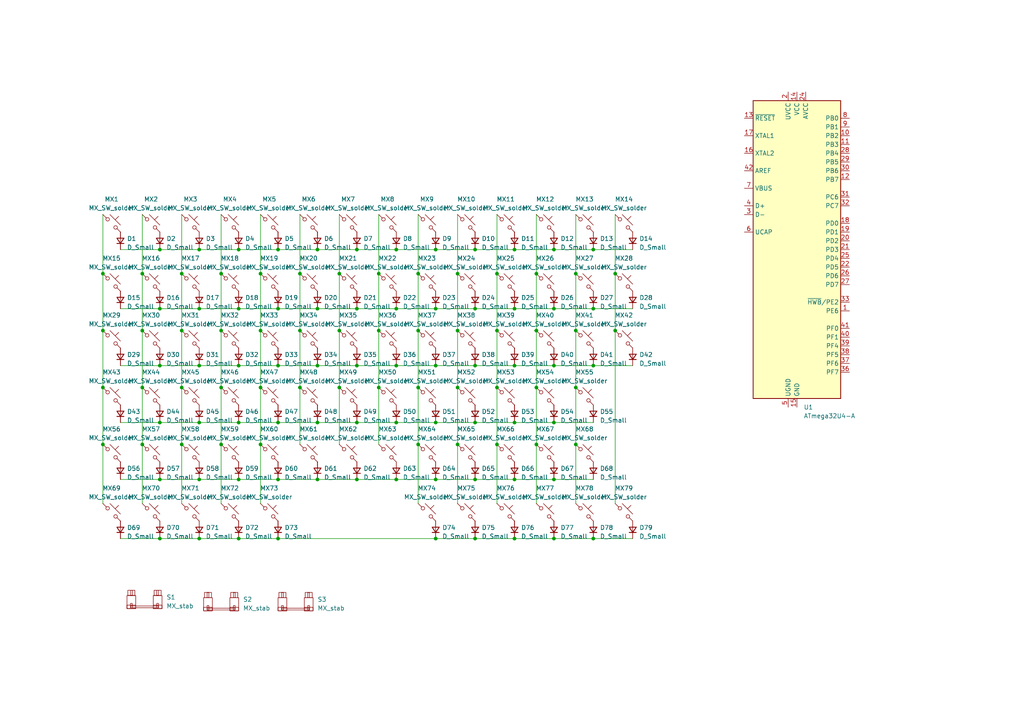
<source format=kicad_sch>
(kicad_sch (version 20230121) (generator eeschema)
  (paper "A4")
  (junction (at 178.435 79.375))
  (junction (at 103.505 106.045))
  (junction (at 69.215 139.065))
  (junction (at 155.575 128.905))
  (junction (at 160.655 156.21))
  (junction (at 126.365 156.21))
  (junction (at 160.655 72.39))
  (junction (at 167.005 128.905))
  (junction (at 29.845 95.885))
  (junction (at 109.855 95.885))
  (junction (at 64.135 79.375))
  (junction (at 126.365 139.065))
  (junction (at 86.995 95.885))
  (junction (at 98.425 79.375))
  (junction (at 46.355 89.535))
  (junction (at 80.645 72.39))
  (junction (at 172.085 156.21))
  (junction (at 103.505 89.535))
  (junction (at 29.845 79.375))
  (junction (at 80.645 106.045))
  (junction (at 46.355 156.21))
  (junction (at 80.645 89.535))
  (junction (at 98.425 112.395))
  (junction (at 160.655 89.535))
  (junction (at 103.505 72.39))
  (junction (at 137.795 72.39))
  (junction (at 75.565 112.395))
  (junction (at 57.785 89.535))
  (junction (at 41.275 79.375))
  (junction (at 52.705 112.395))
  (junction (at 92.075 139.065))
  (junction (at 69.215 72.39))
  (junction (at 126.365 106.045))
  (junction (at 109.855 112.395))
  (junction (at 137.795 156.21))
  (junction (at 109.855 79.375))
  (junction (at 149.225 106.045))
  (junction (at 80.645 122.555))
  (junction (at 103.505 122.555))
  (junction (at 144.145 128.905))
  (junction (at 137.795 122.555))
  (junction (at 57.785 156.21))
  (junction (at 132.715 95.885))
  (junction (at 121.285 79.375))
  (junction (at 178.435 95.885))
  (junction (at 144.145 95.885))
  (junction (at 121.285 95.885))
  (junction (at 86.995 112.395))
  (junction (at 57.785 72.39))
  (junction (at 144.145 79.375))
  (junction (at 114.935 139.065))
  (junction (at 46.355 139.065))
  (junction (at 167.005 79.375))
  (junction (at 114.935 106.045))
  (junction (at 114.935 122.555))
  (junction (at 126.365 89.535))
  (junction (at 64.135 112.395))
  (junction (at 69.215 106.045))
  (junction (at 29.845 112.395))
  (junction (at 80.645 156.21))
  (junction (at 46.355 106.045))
  (junction (at 52.705 79.375))
  (junction (at 52.705 95.885))
  (junction (at 126.365 122.555))
  (junction (at 149.225 122.555))
  (junction (at 80.645 139.065))
  (junction (at 92.075 122.555))
  (junction (at 52.705 128.905))
  (junction (at 69.215 89.535))
  (junction (at 137.795 89.535))
  (junction (at 114.935 89.535))
  (junction (at 92.075 89.535))
  (junction (at 57.785 139.065))
  (junction (at 69.215 122.555))
  (junction (at 172.085 106.045))
  (junction (at 57.785 122.555))
  (junction (at 64.135 128.905))
  (junction (at 167.005 95.885))
  (junction (at 92.075 72.39))
  (junction (at 172.085 89.535))
  (junction (at 86.995 79.375))
  (junction (at 114.935 72.39))
  (junction (at 46.355 122.555))
  (junction (at 160.655 122.555))
  (junction (at 92.075 106.045))
  (junction (at 98.425 95.885))
  (junction (at 155.575 112.395))
  (junction (at 149.225 139.065))
  (junction (at 149.225 89.535))
  (junction (at 75.565 95.885))
  (junction (at 149.225 156.21))
  (junction (at 155.575 95.885))
  (junction (at 121.285 112.395))
  (junction (at 41.275 128.905))
  (junction (at 41.275 112.395))
  (junction (at 75.565 128.905))
  (junction (at 167.005 112.395))
  (junction (at 149.225 72.39))
  (junction (at 69.215 156.21))
  (junction (at 160.655 139.065))
  (junction (at 103.505 139.065))
  (junction (at 132.715 112.395))
  (junction (at 64.135 95.885))
  (junction (at 137.795 139.065))
  (junction (at 41.275 95.885))
  (junction (at 132.715 79.375))
  (junction (at 172.085 72.39))
  (junction (at 121.285 128.905))
  (junction (at 126.365 72.39))
  (junction (at 29.845 128.905))
  (junction (at 160.655 106.045))
  (junction (at 132.715 128.905))
  (junction (at 137.795 106.045))
  (junction (at 144.145 112.395))
  (junction (at 57.785 106.045))
  (junction (at 75.565 79.375))
  (junction (at 46.355 72.39))
  (junction (at 155.575 79.375))
  (wire (pts (xy 98.425 62.23) (xy 98.425 79.375)))
  (wire (pts (xy 121.285 112.395) (xy 121.285 128.905)))
  (wire (pts (xy 160.655 122.555) (xy 172.085 122.555)))
  (wire (pts (xy 46.355 106.045) (xy 57.785 106.045)))
  (wire (pts (xy 41.275 128.905) (xy 41.275 146.05)))
  (wire (pts (xy 75.565 95.885) (xy 75.565 112.395)))
  (wire (pts (xy 52.705 95.885) (xy 52.705 112.395)))
  (wire (pts (xy 57.785 72.39) (xy 69.215 72.39)))
  (wire (pts (xy 137.795 89.535) (xy 149.225 89.535)))
  (wire (pts (xy 29.845 79.375) (xy 29.845 95.885)))
  (wire (pts (xy 155.575 79.375) (xy 155.575 95.885)))
  (wire (pts (xy 103.505 122.555) (xy 114.935 122.555)))
  (wire (pts (xy 64.135 62.23) (xy 64.135 79.375)))
  (wire (pts (xy 69.215 89.535) (xy 80.645 89.535)))
  (wire (pts (xy 80.645 89.535) (xy 92.075 89.535)))
  (wire (pts (xy 144.145 112.395) (xy 144.145 128.905)))
  (wire (pts (xy 80.645 122.555) (xy 92.075 122.555)))
  (wire (pts (xy 137.795 72.39) (xy 149.225 72.39)))
  (wire (pts (xy 160.655 156.21) (xy 172.085 156.21)))
  (wire (pts (xy 137.795 106.045) (xy 149.225 106.045)))
  (wire (pts (xy 167.005 79.375) (xy 167.005 95.885)))
  (wire (pts (xy 52.705 112.395) (xy 52.705 128.905)))
  (wire (pts (xy 69.215 139.065) (xy 80.645 139.065)))
  (wire (pts (xy 172.085 72.39) (xy 183.515 72.39)))
  (wire (pts (xy 167.005 62.23) (xy 167.005 79.375)))
  (wire (pts (xy 41.275 79.375) (xy 41.275 95.885)))
  (wire (pts (xy 178.435 95.885) (xy 178.435 146.05)))
  (wire (pts (xy 126.365 139.065) (xy 137.795 139.065)))
  (wire (pts (xy 46.355 122.555) (xy 57.785 122.555)))
  (wire (pts (xy 167.005 95.885) (xy 167.005 112.395)))
  (wire (pts (xy 86.995 62.23) (xy 86.995 79.375)))
  (wire (pts (xy 114.935 89.535) (xy 126.365 89.535)))
  (wire (pts (xy 86.995 79.375) (xy 86.995 95.885)))
  (wire (pts (xy 80.645 139.065) (xy 92.075 139.065)))
  (wire (pts (xy 41.275 95.885) (xy 41.275 112.395)))
  (wire (pts (xy 149.225 122.555) (xy 160.655 122.555)))
  (wire (pts (xy 114.935 139.065) (xy 126.365 139.065)))
  (wire (pts (xy 98.425 112.395) (xy 98.425 128.905)))
  (wire (pts (xy 172.085 89.535) (xy 183.515 89.535)))
  (wire (pts (xy 69.215 106.045) (xy 80.645 106.045)))
  (wire (pts (xy 114.935 72.39) (xy 126.365 72.39)))
  (wire (pts (xy 109.855 112.395) (xy 109.855 128.905)))
  (wire (pts (xy 149.225 89.535) (xy 160.655 89.535)))
  (wire (pts (xy 52.705 62.23) (xy 52.705 79.375)))
  (wire (pts (xy 41.275 62.23) (xy 41.275 79.375)))
  (wire (pts (xy 52.705 128.905) (xy 52.705 146.05)))
  (wire (pts (xy 57.785 122.555) (xy 69.215 122.555)))
  (wire (pts (xy 46.355 72.39) (xy 57.785 72.39)))
  (wire (pts (xy 155.575 62.23) (xy 155.575 79.375)))
  (wire (pts (xy 46.355 89.535) (xy 57.785 89.535)))
  (wire (pts (xy 69.215 156.21) (xy 80.645 156.21)))
  (wire (pts (xy 149.225 106.045) (xy 160.655 106.045)))
  (wire (pts (xy 57.785 89.535) (xy 69.215 89.535)))
  (wire (pts (xy 80.645 72.39) (xy 92.075 72.39)))
  (wire (pts (xy 34.925 156.21) (xy 46.355 156.21)))
  (wire (pts (xy 132.715 128.905) (xy 132.715 146.05)))
  (wire (pts (xy 29.845 62.23) (xy 29.845 79.375)))
  (wire (pts (xy 103.505 106.045) (xy 114.935 106.045)))
  (wire (pts (xy 92.075 72.39) (xy 103.505 72.39)))
  (wire (pts (xy 109.855 79.375) (xy 109.855 95.885)))
  (wire (pts (xy 126.365 106.045) (xy 137.795 106.045)))
  (wire (pts (xy 34.925 106.045) (xy 46.355 106.045)))
  (wire (pts (xy 172.085 106.045) (xy 183.515 106.045)))
  (wire (pts (xy 64.135 95.885) (xy 64.135 112.395)))
  (wire (pts (xy 103.505 72.39) (xy 114.935 72.39)))
  (wire (pts (xy 92.075 106.045) (xy 103.505 106.045)))
  (wire (pts (xy 69.215 122.555) (xy 80.645 122.555)))
  (wire (pts (xy 167.005 128.905) (xy 167.005 146.05)))
  (wire (pts (xy 144.145 128.905) (xy 144.145 146.05)))
  (wire (pts (xy 86.995 112.395) (xy 86.995 128.905)))
  (wire (pts (xy 121.285 79.375) (xy 121.285 95.885)))
  (wire (pts (xy 155.575 112.395) (xy 155.575 128.905)))
  (wire (pts (xy 160.655 106.045) (xy 172.085 106.045)))
  (wire (pts (xy 29.845 112.395) (xy 29.845 128.905)))
  (wire (pts (xy 155.575 128.905) (xy 155.575 146.05)))
  (wire (pts (xy 34.925 72.39) (xy 46.355 72.39)))
  (wire (pts (xy 121.285 128.905) (xy 121.285 146.05)))
  (wire (pts (xy 167.005 112.395) (xy 167.005 128.905)))
  (wire (pts (xy 92.075 139.065) (xy 103.505 139.065)))
  (wire (pts (xy 34.925 139.065) (xy 46.355 139.065)))
  (wire (pts (xy 34.925 89.535) (xy 46.355 89.535)))
  (wire (pts (xy 126.365 72.39) (xy 137.795 72.39)))
  (wire (pts (xy 114.935 122.555) (xy 126.365 122.555)))
  (wire (pts (xy 149.225 72.39) (xy 160.655 72.39)))
  (wire (pts (xy 178.435 79.375) (xy 178.435 95.885)))
  (wire (pts (xy 109.855 62.23) (xy 109.855 79.375)))
  (wire (pts (xy 160.655 139.065) (xy 172.085 139.065)))
  (wire (pts (xy 160.655 89.535) (xy 172.085 89.535)))
  (wire (pts (xy 29.845 95.885) (xy 29.845 112.395)))
  (wire (pts (xy 64.135 79.375) (xy 64.135 95.885)))
  (wire (pts (xy 132.715 62.23) (xy 132.715 79.375)))
  (wire (pts (xy 41.275 112.395) (xy 41.275 128.905)))
  (wire (pts (xy 137.795 156.21) (xy 149.225 156.21)))
  (wire (pts (xy 109.855 95.885) (xy 109.855 112.395)))
  (wire (pts (xy 114.935 106.045) (xy 126.365 106.045)))
  (wire (pts (xy 57.785 106.045) (xy 69.215 106.045)))
  (wire (pts (xy 172.085 156.21) (xy 183.515 156.21)))
  (wire (pts (xy 29.845 128.905) (xy 29.845 146.05)))
  (wire (pts (xy 34.925 122.555) (xy 46.355 122.555)))
  (wire (pts (xy 178.435 62.23) (xy 178.435 79.375)))
  (wire (pts (xy 75.565 62.23) (xy 75.565 79.375)))
  (wire (pts (xy 144.145 62.23) (xy 144.145 79.375)))
  (wire (pts (xy 92.075 89.535) (xy 103.505 89.535)))
  (wire (pts (xy 64.135 112.395) (xy 64.135 128.905)))
  (wire (pts (xy 98.425 79.375) (xy 98.425 95.885)))
  (wire (pts (xy 46.355 139.065) (xy 57.785 139.065)))
  (wire (pts (xy 69.215 72.39) (xy 80.645 72.39)))
  (wire (pts (xy 86.995 95.885) (xy 86.995 112.395)))
  (wire (pts (xy 103.505 139.065) (xy 114.935 139.065)))
  (wire (pts (xy 155.575 95.885) (xy 154.94 95.885)))
  (wire (pts (xy 160.655 72.39) (xy 172.085 72.39)))
  (wire (pts (xy 137.795 139.065) (xy 149.225 139.065)))
  (wire (pts (xy 137.795 122.555) (xy 149.225 122.555)))
  (wire (pts (xy 46.355 156.21) (xy 57.785 156.21)))
  (wire (pts (xy 149.225 139.065) (xy 160.655 139.065)))
  (wire (pts (xy 52.705 79.375) (xy 52.705 95.885)))
  (wire (pts (xy 132.715 79.375) (xy 132.715 95.885)))
  (wire (pts (xy 80.645 106.045) (xy 92.075 106.045)))
  (wire (pts (xy 126.365 156.21) (xy 137.795 156.21)))
  (wire (pts (xy 57.785 156.21) (xy 69.215 156.21)))
  (wire (pts (xy 155.575 112.395) (xy 155.575 95.885)))
  (wire (pts (xy 92.075 122.555) (xy 103.505 122.555)))
  (wire (pts (xy 132.715 112.395) (xy 132.715 128.905)))
  (wire (pts (xy 132.715 95.885) (xy 132.715 112.395)))
  (wire (pts (xy 98.425 95.885) (xy 98.425 112.395)))
  (wire (pts (xy 149.225 156.21) (xy 160.655 156.21)))
  (wire (pts (xy 144.145 79.375) (xy 144.145 95.885)))
  (wire (pts (xy 75.565 128.905) (xy 75.565 146.05)))
  (wire (pts (xy 57.785 139.065) (xy 69.215 139.065)))
  (wire (pts (xy 121.285 62.23) (xy 121.285 79.375)))
  (wire (pts (xy 64.135 128.905) (xy 64.135 146.05)))
  (wire (pts (xy 80.645 156.21) (xy 126.365 156.21)))
  (wire (pts (xy 144.145 95.885) (xy 144.145 112.395)))
  (wire (pts (xy 121.285 95.885) (xy 121.285 112.395)))
  (wire (pts (xy 126.365 122.555) (xy 137.795 122.555)))
  (wire (pts (xy 75.565 112.395) (xy 75.565 128.905)))
  (wire (pts (xy 126.365 89.535) (xy 137.795 89.535)))
  (wire (pts (xy 75.565 79.375) (xy 75.565 95.885)))
  (wire (pts (xy 103.505 89.535) (xy 114.935 89.535)))
  (symbol (lib_id "Device:D_Small") (at 149.225 86.995 90) (unit 1)
    (property "Reference" "D25" (at 151.13 86.36 90) (effects (justify right)))
    (property "Value" "D_Small" (at 151.13 88.9 90) (effects (justify right)))
    (property "Footprint" "Diode_SMD:D_SOD-123" (effects hide))
    (property "Sim.Device" "D" (effects hide))
    (property "Sim.Pins" "1=K 2=A" (effects hide))
  )
  (symbol (lib_id "Device:D_Small") (at 183.515 69.85 90) (unit 1)
    (property "Reference" "D14" (at 185.42 69.215 90) (effects (justify right)))
    (property "Value" "D_Small" (at 185.42 71.755 90) (effects (justify right)))
    (property "Footprint" "Diode_SMD:D_SOD-123" (effects hide))
    (property "Sim.Device" "D" (effects hide))
    (property "Sim.Pins" "1=K 2=A" (effects hide))
  )
  (symbol (lib_id "Device:D_Small") (at 172.085 69.85 90) (unit 1)
    (property "Reference" "D13" (at 173.99 69.215 90) (effects (justify right)))
    (property "Value" "D_Small" (at 173.99 71.755 90) (effects (justify right)))
    (property "Footprint" "Diode_SMD:D_SOD-123" (effects hide))
    (property "Sim.Device" "D" (effects hide))
    (property "Sim.Pins" "1=K 2=A" (effects hide))
  )
  (symbol (lib_id "Device:D_Small") (at 34.925 153.67 90) (unit 1)
    (property "Reference" "D69" (at 36.83 153.035 90) (effects (justify right)))
    (property "Value" "D_Small" (at 36.83 155.575 90) (effects (justify right)))
    (property "Footprint" "Diode_SMD:D_SOD-123" (effects hide))
    (property "Sim.Device" "D" (effects hide))
    (property "Sim.Pins" "1=K 2=A" (effects hide))
  )
  (symbol (lib_id "MCU_Microchip_ATmega:ATmega32U4-A") (at 231.14 72.39 0) (unit 1)
    (property "Reference" "U1" (at 233.0959 118.11 0) (effects (justify left)))
    (property "Value" "ATmega32U4-A" (at 233.0959 120.65 0) (effects (justify left)))
    (property "Footprint" "Package_QFP:TQFP-44_10x10mm_P0.8mm" (effects hide))
    (property "Datasheet" "http://ww1.microchip.com/downloads/en/DeviceDoc/Atmel-7766-8-bit-AVR-ATmega16U4-32U4_Datasheet.pdf" (effects hide))
  )
  (symbol (lib_id "PCM_marbastlib-mx:MX_SW_solder") (at 89.535 98.425 0) (unit 1)
    (property "Reference" "MX34" (at 89.535 91.44 0))
    (property "Value" "MX_SW_solder" (at 89.535 93.98 0))
    (property "Footprint" "PCM_marbastlib-mx:SW_MX_1u" (effects hide))
  )
  (symbol (lib_id "PCM_marbastlib-mx:MX_SW_solder") (at 135.255 98.425 0) (unit 1)
    (property "Reference" "MX38" (at 135.255 91.44 0))
    (property "Value" "MX_SW_solder" (at 135.255 93.98 0))
    (property "Footprint" "PCM_marbastlib-mx:SW_MX_1u" (effects hide))
  )
  (symbol (lib_id "Device:D_Small") (at 103.505 103.505 90) (unit 1)
    (property "Reference" "D35" (at 105.41 102.87 90) (effects (justify right)))
    (property "Value" "D_Small" (at 105.41 105.41 90) (effects (justify right)))
    (property "Footprint" "Diode_SMD:D_SOD-123" (effects hide))
    (property "Sim.Device" "D" (effects hide))
    (property "Sim.Pins" "1=K 2=A" (effects hide))
  )
  (symbol (lib_id "PCM_marbastlib-mx:MX_SW_solder") (at 100.965 131.445 0) (unit 1)
    (property "Reference" "MX62" (at 100.965 124.46 0))
    (property "Value" "MX_SW_solder" (at 100.965 127 0))
    (property "Footprint" "PCM_marbastlib-mx:SW_MX_1u" (effects hide))
  )
  (symbol (lib_id "Device:D_Small") (at 34.925 69.85 90) (unit 1)
    (property "Reference" "D1" (at 36.83 69.215 90) (effects (justify right)))
    (property "Value" "D_Small" (at 36.83 71.755 90) (effects (justify right)))
    (property "Footprint" "Diode_SMD:D_SOD-123" (effects hide))
    (property "Sim.Device" "D" (effects hide))
    (property "Sim.Pins" "1=K 2=A" (effects hide))
  )
  (symbol (lib_id "Device:D_Small") (at 137.795 69.85 90) (unit 1)
    (property "Reference" "D10" (at 139.7 69.215 90) (effects (justify right)))
    (property "Value" "D_Small" (at 139.7 71.755 90) (effects (justify right)))
    (property "Footprint" "Diode_SMD:D_SOD-123" (effects hide))
    (property "Sim.Device" "D" (effects hide))
    (property "Sim.Pins" "1=K 2=A" (effects hide))
  )
  (symbol (lib_id "Device:D_Small") (at 137.795 103.505 90) (unit 1)
    (property "Reference" "D38" (at 139.7 102.87 90) (effects (justify right)))
    (property "Value" "D_Small" (at 139.7 105.41 90) (effects (justify right)))
    (property "Footprint" "Diode_SMD:D_SOD-123" (effects hide))
    (property "Sim.Device" "D" (effects hide))
    (property "Sim.Pins" "1=K 2=A" (effects hide))
  )
  (symbol (lib_id "Device:D_Small") (at 80.645 86.995 90) (unit 1)
    (property "Reference" "D19" (at 82.55 86.36 90) (effects (justify right)))
    (property "Value" "D_Small" (at 82.55 88.9 90) (effects (justify right)))
    (property "Footprint" "Diode_SMD:D_SOD-123" (effects hide))
    (property "Sim.Device" "D" (effects hide))
    (property "Sim.Pins" "1=K 2=A" (effects hide))
  )
  (symbol (lib_id "PCM_marbastlib-mx:MX_SW_solder") (at 100.965 114.935 0) (unit 1)
    (property "Reference" "MX49" (at 100.965 107.95 0))
    (property "Value" "MX_SW_solder" (at 100.965 110.49 0))
    (property "Footprint" "PCM_marbastlib-mx:SW_MX_1u" (effects hide))
  )
  (symbol (lib_id "PCM_marbastlib-mx:MX_SW_solder") (at 123.825 131.445 0) (unit 1)
    (property "Reference" "MX64" (at 123.825 124.46 0))
    (property "Value" "MX_SW_solder" (at 123.825 127 0))
    (property "Footprint" "PCM_marbastlib-mx:SW_MX_1u" (effects hide))
  )
  (symbol (lib_id "PCM_marbastlib-mx:MX_SW_solder") (at 169.545 131.445 0) (unit 1)
    (property "Reference" "MX68" (at 169.545 124.46 0))
    (property "Value" "MX_SW_solder" (at 169.545 127 0))
    (property "Footprint" "PCM_marbastlib-mx:SW_MX_1u" (effects hide))
  )
  (symbol (lib_id "PCM_marbastlib-mx:MX_SW_solder") (at 89.535 131.445 0) (unit 1)
    (property "Reference" "MX61" (at 89.535 124.46 0))
    (property "Value" "MX_SW_solder" (at 89.535 127 0))
    (property "Footprint" "PCM_marbastlib-mx:SW_MX_1u" (effects hide))
  )
  (symbol (lib_id "PCM_marbastlib-mx:MX_SW_solder") (at 66.675 148.59 0) (unit 1)
    (property "Reference" "MX72" (at 66.675 141.605 0))
    (property "Value" "MX_SW_solder" (at 66.675 144.145 0))
    (property "Footprint" "PCM_marbastlib-mx:SW_MX_1.25u" (effects hide))
  )
  (symbol (lib_id "Device:D_Small") (at 149.225 103.505 90) (unit 1)
    (property "Reference" "D39" (at 151.13 102.87 90) (effects (justify right)))
    (property "Value" "D_Small" (at 151.13 105.41 90) (effects (justify right)))
    (property "Footprint" "Diode_SMD:D_SOD-123" (effects hide))
    (property "Sim.Device" "D" (effects hide))
    (property "Sim.Pins" "1=K 2=A" (effects hide))
  )
  (symbol (lib_id "Device:D_Small") (at 69.215 153.67 90) (unit 1)
    (property "Reference" "D72" (at 71.12 153.035 90) (effects (justify right)))
    (property "Value" "D_Small" (at 71.12 155.575 90) (effects (justify right)))
    (property "Footprint" "Diode_SMD:D_SOD-123" (effects hide))
    (property "Sim.Device" "D" (effects hide))
    (property "Sim.Pins" "1=K 2=A" (effects hide))
  )
  (symbol (lib_id "Device:D_Small") (at 114.935 103.505 90) (unit 1)
    (property "Reference" "D36" (at 116.84 102.87 90) (effects (justify right)))
    (property "Value" "D_Small" (at 116.84 105.41 90) (effects (justify right)))
    (property "Footprint" "Diode_SMD:D_SOD-123" (effects hide))
    (property "Sim.Device" "D" (effects hide))
    (property "Sim.Pins" "1=K 2=A" (effects hide))
  )
  (symbol (lib_id "PCM_marbastlib-mx:MX_SW_solder") (at 43.815 98.425 0) (unit 1)
    (property "Reference" "MX30" (at 43.815 91.44 0))
    (property "Value" "MX_SW_solder" (at 43.815 93.98 0))
    (property "Footprint" "PCM_marbastlib-mx:SW_MX_1u" (effects hide))
  )
  (symbol (lib_id "Device:D_Small") (at 57.785 136.525 90) (unit 1)
    (property "Reference" "D58" (at 59.69 135.89 90) (effects (justify right)))
    (property "Value" "D_Small" (at 59.69 138.43 90) (effects (justify right)))
    (property "Footprint" "Diode_SMD:D_SOD-123" (effects hide))
    (property "Sim.Device" "D" (effects hide))
    (property "Sim.Pins" "1=K 2=A" (effects hide))
  )
  (symbol (lib_id "PCM_marbastlib-mx:MX_SW_solder") (at 112.395 131.445 0) (unit 1)
    (property "Reference" "MX63" (at 112.395 124.46 0))
    (property "Value" "MX_SW_solder" (at 112.395 127 0))
    (property "Footprint" "PCM_marbastlib-mx:SW_MX_1u" (effects hide))
  )
  (symbol (lib_id "Device:D_Small") (at 46.355 69.85 90) (unit 1)
    (property "Reference" "D2" (at 48.26 69.215 90) (effects (justify right)))
    (property "Value" "D_Small" (at 48.26 71.755 90) (effects (justify right)))
    (property "Footprint" "Diode_SMD:D_SOD-123" (effects hide))
    (property "Sim.Device" "D" (effects hide))
    (property "Sim.Pins" "1=K 2=A" (effects hide))
  )
  (symbol (lib_id "PCM_marbastlib-mx:MX_SW_solder") (at 78.105 131.445 0) (unit 1)
    (property "Reference" "MX60" (at 78.105 124.46 0))
    (property "Value" "MX_SW_solder" (at 78.105 127 0))
    (property "Footprint" "PCM_marbastlib-mx:SW_MX_1u" (effects hide))
  )
  (symbol (lib_id "Device:D_Small") (at 103.505 86.995 90) (unit 1)
    (property "Reference" "D21" (at 105.41 86.36 90) (effects (justify right)))
    (property "Value" "D_Small" (at 105.41 88.9 90) (effects (justify right)))
    (property "Footprint" "Diode_SMD:D_SOD-123" (effects hide))
    (property "Sim.Device" "D" (effects hide))
    (property "Sim.Pins" "1=K 2=A" (effects hide))
  )
  (symbol (lib_id "PCM_marbastlib-mx:MX_SW_solder") (at 169.545 114.935 0) (unit 1)
    (property "Reference" "MX55" (at 169.545 107.95 0))
    (property "Value" "MX_SW_solder" (at 169.545 110.49 0))
    (property "Footprint" "PCM_marbastlib-mx:SW_MX_1.75u" (effects hide))
  )
  (symbol (lib_id "Device:D_Small") (at 46.355 136.525 90) (unit 1)
    (property "Reference" "D57" (at 48.26 135.89 90) (effects (justify right)))
    (property "Value" "D_Small" (at 48.26 138.43 90) (effects (justify right)))
    (property "Footprint" "Diode_SMD:D_SOD-123" (effects hide))
    (property "Sim.Device" "D" (effects hide))
    (property "Sim.Pins" "1=K 2=A" (effects hide))
  )
  (symbol (lib_id "PCM_marbastlib-mx:MX_SW_solder") (at 55.245 148.59 0) (unit 1)
    (property "Reference" "MX71" (at 55.245 141.605 0))
    (property "Value" "MX_SW_solder" (at 55.245 144.145 0))
    (property "Footprint" "PCM_marbastlib-mx:SW_MX_1u" (effects hide))
  )
  (symbol (lib_id "PCM_marbastlib-mx:MX_SW_solder") (at 43.815 64.77 0) (unit 1)
    (property "Reference" "MX2" (at 43.815 57.785 0))
    (property "Value" "MX_SW_solder" (at 43.815 60.325 0))
    (property "Footprint" "PCM_marbastlib-mx:SW_MX_1u" (effects hide))
  )
  (symbol (lib_id "PCM_marbastlib-mx:MX_SW_solder") (at 123.825 114.935 0) (unit 1)
    (property "Reference" "MX51" (at 123.825 107.95 0))
    (property "Value" "MX_SW_solder" (at 123.825 110.49 0))
    (property "Footprint" "PCM_marbastlib-mx:SW_MX_1u" (effects hide))
  )
  (symbol (lib_id "Device:D_Small") (at 69.215 136.525 90) (unit 1)
    (property "Reference" "D59" (at 71.12 135.89 90) (effects (justify right)))
    (property "Value" "D_Small" (at 71.12 138.43 90) (effects (justify right)))
    (property "Footprint" "Diode_SMD:D_SOD-123" (effects hide))
    (property "Sim.Device" "D" (effects hide))
    (property "Sim.Pins" "1=K 2=A" (effects hide))
  )
  (symbol (lib_id "PCM_marbastlib-mx:MX_SW_solder") (at 135.255 64.77 0) (unit 1)
    (property "Reference" "MX10" (at 135.255 57.785 0))
    (property "Value" "MX_SW_solder" (at 135.255 60.325 0))
    (property "Footprint" "PCM_marbastlib-mx:SW_MX_1u" (effects hide))
  )
  (symbol (lib_id "PCM_marbastlib-mx:MX_SW_solder") (at 100.965 98.425 0) (unit 1)
    (property "Reference" "MX35" (at 100.965 91.44 0))
    (property "Value" "MX_SW_solder" (at 100.965 93.98 0))
    (property "Footprint" "PCM_marbastlib-mx:SW_MX_1u" (effects hide))
  )
  (symbol (lib_id "Device:D_Small") (at 160.655 136.525 90) (unit 1)
    (property "Reference" "D67" (at 162.56 135.89 90) (effects (justify right)))
    (property "Value" "D_Small" (at 162.56 138.43 90) (effects (justify right)))
    (property "Footprint" "Diode_SMD:D_SOD-123" (effects hide))
    (property "Sim.Device" "D" (effects hide))
    (property "Sim.Pins" "1=K 2=A" (effects hide))
  )
  (symbol (lib_id "Device:D_Small") (at 160.655 86.995 90) (unit 1)
    (property "Reference" "D26" (at 162.56 86.36 90) (effects (justify right)))
    (property "Value" "D_Small" (at 162.56 88.9 90) (effects (justify right)))
    (property "Footprint" "Diode_SMD:D_SOD-123" (effects hide))
    (property "Sim.Device" "D" (effects hide))
    (property "Sim.Pins" "1=K 2=A" (effects hide))
  )
  (symbol (lib_id "PCM_marbastlib-mx:MX_SW_solder") (at 180.975 148.59 0) (unit 1)
    (property "Reference" "MX79" (at 180.975 141.605 0))
    (property "Value" "MX_SW_solder" (at 180.975 144.145 0))
    (property "Footprint" "PCM_marbastlib-mx:SW_MX_1u" (effects hide))
  )
  (symbol (lib_id "PCM_marbastlib-mx:MX_SW_solder") (at 146.685 64.77 0) (unit 1)
    (property "Reference" "MX11" (at 146.685 57.785 0))
    (property "Value" "MX_SW_solder" (at 146.685 60.325 0))
    (property "Footprint" "PCM_marbastlib-mx:SW_MX_1u" (effects hide))
  )
  (symbol (lib_id "Device:D_Small") (at 160.655 103.505 90) (unit 1)
    (property "Reference" "D40" (at 162.56 102.87 90) (effects (justify right)))
    (property "Value" "D_Small" (at 162.56 105.41 90) (effects (justify right)))
    (property "Footprint" "Diode_SMD:D_SOD-123" (effects hide))
    (property "Sim.Device" "D" (effects hide))
    (property "Sim.Pins" "1=K 2=A" (effects hide))
  )
  (symbol (lib_id "PCM_marbastlib-mx:MX_SW_solder") (at 66.675 98.425 0) (unit 1)
    (property "Reference" "MX32" (at 66.675 91.44 0))
    (property "Value" "MX_SW_solder" (at 66.675 93.98 0))
    (property "Footprint" "PCM_marbastlib-mx:SW_MX_1u" (effects hide))
  )
  (symbol (lib_id "PCM_marbastlib-mx:MX_SW_solder") (at 78.105 81.915 0) (unit 1)
    (property "Reference" "MX19" (at 78.105 74.93 0))
    (property "Value" "MX_SW_solder" (at 78.105 77.47 0))
    (property "Footprint" "PCM_marbastlib-mx:SW_MX_1u" (effects hide))
  )
  (symbol (lib_id "PCM_marbastlib-mx:MX_SW_solder") (at 135.255 131.445 0) (unit 1)
    (property "Reference" "MX65" (at 135.255 124.46 0))
    (property "Value" "MX_SW_solder" (at 135.255 127 0))
    (property "Footprint" "PCM_marbastlib-mx:SW_MX_1u" (effects hide))
  )
  (symbol (lib_id "PCM_marbastlib-mx:MX_stab") (at 41.91 173.99 0) (unit 1)
    (property "Reference" "S1" (at 48.26 173.228 0) (effects (justify left)))
    (property "Value" "MX_stab" (at 48.26 175.768 0) (effects (justify left)))
    (property "Footprint" "PCM_marbastlib-mx:STAB_MX_P_2.25u" (effects hide))
  )
  (symbol (lib_id "Device:D_Small") (at 149.225 120.015 90) (unit 1)
    (property "Reference" "D53" (at 151.13 119.38 90) (effects (justify right)))
    (property "Value" "D_Small" (at 151.13 121.92 90) (effects (justify right)))
    (property "Footprint" "Diode_SMD:D_SOD-123" (effects hide))
    (property "Sim.Device" "D" (effects hide))
    (property "Sim.Pins" "1=K 2=A" (effects hide))
  )
  (symbol (lib_id "PCM_marbastlib-mx:MX_SW_solder") (at 78.105 148.59 0) (unit 1)
    (property "Reference" "MX73" (at 78.105 141.605 0))
    (property "Value" "MX_SW_solder" (at 78.105 144.145 0))
    (property "Footprint" "PCM_marbastlib-mx:SW_MX_1u" (effects hide))
  )
  (symbol (lib_id "PCM_marbastlib-mx:MX_SW_solder") (at 180.975 98.425 0) (unit 1)
    (property "Reference" "MX42" (at 180.975 91.44 0))
    (property "Value" "MX_SW_solder" (at 180.975 93.98 0))
    (property "Footprint" "PCM_marbastlib-mx:SW_MX_1u" (effects hide))
  )
  (symbol (lib_id "Device:D_Small") (at 149.225 69.85 90) (unit 1)
    (property "Reference" "D11" (at 151.13 69.215 90) (effects (justify right)))
    (property "Value" "D_Small" (at 151.13 71.755 90) (effects (justify right)))
    (property "Footprint" "Diode_SMD:D_SOD-123" (effects hide))
    (property "Sim.Device" "D" (effects hide))
    (property "Sim.Pins" "1=K 2=A" (effects hide))
  )
  (symbol (lib_id "Device:D_Small") (at 92.075 136.525 90) (unit 1)
    (property "Reference" "D61" (at 93.98 135.89 90) (effects (justify right)))
    (property "Value" "D_Small" (at 93.98 138.43 90) (effects (justify right)))
    (property "Footprint" "Diode_SMD:D_SOD-123" (effects hide))
    (property "Sim.Device" "D" (effects hide))
    (property "Sim.Pins" "1=K 2=A" (effects hide))
  )
  (symbol (lib_id "Device:D_Small") (at 114.935 120.015 90) (unit 1)
    (property "Reference" "D50" (at 116.84 119.38 90) (effects (justify right)))
    (property "Value" "D_Small" (at 116.84 121.92 90) (effects (justify right)))
    (property "Footprint" "Diode_SMD:D_SOD-123" (effects hide))
    (property "Sim.Device" "D" (effects hide))
    (property "Sim.Pins" "1=K 2=A" (effects hide))
  )
  (symbol (lib_id "Device:D_Small") (at 80.645 120.015 90) (unit 1)
    (property "Reference" "D47" (at 82.55 119.38 90) (effects (justify right)))
    (property "Value" "D_Small" (at 82.55 121.92 90) (effects (justify right)))
    (property "Footprint" "Diode_SMD:D_SOD-123" (effects hide))
    (property "Sim.Device" "D" (effects hide))
    (property "Sim.Pins" "1=K 2=A" (effects hide))
  )
  (symbol (lib_id "Device:D_Small") (at 57.785 86.995 90) (unit 1)
    (property "Reference" "D17" (at 59.69 86.36 90) (effects (justify right)))
    (property "Value" "D_Small" (at 59.69 88.9 90) (effects (justify right)))
    (property "Footprint" "Diode_SMD:D_SOD-123" (effects hide))
    (property "Sim.Device" "D" (effects hide))
    (property "Sim.Pins" "1=K 2=A" (effects hide))
  )
  (symbol (lib_id "Device:D_Small") (at 57.785 103.505 90) (unit 1)
    (property "Reference" "D31" (at 59.69 102.87 90) (effects (justify right)))
    (property "Value" "D_Small" (at 59.69 105.41 90) (effects (justify right)))
    (property "Footprint" "Diode_SMD:D_SOD-123" (effects hide))
    (property "Sim.Device" "D" (effects hide))
    (property "Sim.Pins" "1=K 2=A" (effects hide))
  )
  (symbol (lib_id "PCM_marbastlib-mx:MX_SW_solder") (at 66.675 81.915 0) (unit 1)
    (property "Reference" "MX18" (at 66.675 74.93 0))
    (property "Value" "MX_SW_solder" (at 66.675 77.47 0))
    (property "Footprint" "PCM_marbastlib-mx:SW_MX_1u" (effects hide))
  )
  (symbol (lib_id "PCM_marbastlib-mx:MX_SW_solder") (at 32.385 81.915 0) (unit 1)
    (property "Reference" "MX15" (at 32.385 74.93 0))
    (property "Value" "MX_SW_solder" (at 32.385 77.47 0))
    (property "Footprint" "PCM_marbastlib-mx:SW_MX_1u" (effects hide))
  )
  (symbol (lib_id "PCM_marbastlib-mx:MX_SW_solder") (at 146.685 114.935 0) (unit 1)
    (property "Reference" "MX53" (at 146.685 107.95 0))
    (property "Value" "MX_SW_solder" (at 146.685 110.49 0))
    (property "Footprint" "PCM_marbastlib-mx:SW_MX_1u" (effects hide))
  )
  (symbol (lib_id "PCM_marbastlib-mx:MX_SW_solder") (at 55.245 98.425 0) (unit 1)
    (property "Reference" "MX31" (at 55.245 91.44 0))
    (property "Value" "MX_SW_solder" (at 55.245 93.98 0))
    (property "Footprint" "PCM_marbastlib-mx:SW_MX_1u" (effects hide))
  )
  (symbol (lib_id "Device:D_Small") (at 57.785 120.015 90) (unit 1)
    (property "Reference" "D45" (at 59.69 119.38 90) (effects (justify right)))
    (property "Value" "D_Small" (at 59.69 121.92 90) (effects (justify right)))
    (property "Footprint" "Diode_SMD:D_SOD-123" (effects hide))
    (property "Sim.Device" "D" (effects hide))
    (property "Sim.Pins" "1=K 2=A" (effects hide))
  )
  (symbol (lib_id "Device:D_Small") (at 137.795 153.67 90) (unit 1)
    (property "Reference" "D75" (at 139.7 153.035 90) (effects (justify right)))
    (property "Value" "D_Small" (at 139.7 155.575 90) (effects (justify right)))
    (property "Footprint" "Diode_SMD:D_SOD-123" (effects hide))
    (property "Sim.Device" "D" (effects hide))
    (property "Sim.Pins" "1=K 2=A" (effects hide))
  )
  (symbol (lib_id "Device:D_Small") (at 160.655 120.015 90) (unit 1)
    (property "Reference" "D54" (at 162.56 119.38 90) (effects (justify right)))
    (property "Value" "D_Small" (at 162.56 121.92 90) (effects (justify right)))
    (property "Footprint" "Diode_SMD:D_SOD-123" (effects hide))
    (property "Sim.Device" "D" (effects hide))
    (property "Sim.Pins" "1=K 2=A" (effects hide))
  )
  (symbol (lib_id "PCM_marbastlib-mx:MX_SW_solder") (at 66.675 64.77 0) (unit 1)
    (property "Reference" "MX4" (at 66.675 57.785 0))
    (property "Value" "MX_SW_solder" (at 66.675 60.325 0))
    (property "Footprint" "PCM_marbastlib-mx:SW_MX_1u" (effects hide))
  )
  (symbol (lib_id "PCM_marbastlib-mx:MX_SW_solder") (at 43.815 114.935 0) (unit 1)
    (property "Reference" "MX44" (at 43.815 107.95 0))
    (property "Value" "MX_SW_solder" (at 43.815 110.49 0))
    (property "Footprint" "PCM_marbastlib-mx:SW_MX_1u" (effects hide))
  )
  (symbol (lib_id "PCM_marbastlib-mx:MX_SW_solder") (at 112.395 98.425 0) (unit 1)
    (property "Reference" "MX36" (at 112.395 91.44 0))
    (property "Value" "MX_SW_solder" (at 112.395 93.98 0))
    (property "Footprint" "PCM_marbastlib-mx:SW_MX_1u" (effects hide))
  )
  (symbol (lib_id "Device:D_Small") (at 80.645 103.505 90) (unit 1)
    (property "Reference" "D33" (at 82.55 102.87 90) (effects (justify right)))
    (property "Value" "D_Small" (at 82.55 105.41 90) (effects (justify right)))
    (property "Footprint" "Diode_SMD:D_SOD-123" (effects hide))
    (property "Sim.Device" "D" (effects hide))
    (property "Sim.Pins" "1=K 2=A" (effects hide))
  )
  (symbol (lib_id "Device:D_Small") (at 34.925 86.995 90) (unit 1)
    (property "Reference" "D15" (at 36.83 86.36 90) (effects (justify right)))
    (property "Value" "D_Small" (at 36.83 88.9 90) (effects (justify right)))
    (property "Footprint" "Diode_SMD:D_SOD-123" (effects hide))
    (property "Sim.Device" "D" (effects hide))
    (property "Sim.Pins" "1=K 2=A" (effects hide))
  )
  (symbol (lib_id "PCM_marbastlib-mx:MX_SW_solder") (at 100.965 81.915 0) (unit 1)
    (property "Reference" "MX21" (at 100.965 74.93 0))
    (property "Value" "MX_SW_solder" (at 100.965 77.47 0))
    (property "Footprint" "PCM_marbastlib-mx:SW_MX_1u" (effects hide))
  )
  (symbol (lib_id "PCM_marbastlib-mx:MX_SW_solder") (at 123.825 64.77 0) (unit 1)
    (property "Reference" "MX9" (at 123.825 57.785 0))
    (property "Value" "MX_SW_solder" (at 123.825 60.325 0))
    (property "Footprint" "PCM_marbastlib-mx:SW_MX_1u" (effects hide))
  )
  (symbol (lib_id "PCM_marbastlib-mx:MX_SW_solder") (at 112.395 114.935 0) (unit 1)
    (property "Reference" "MX50" (at 112.395 107.95 0))
    (property "Value" "MX_SW_solder" (at 112.395 110.49 0))
    (property "Footprint" "PCM_marbastlib-mx:SW_MX_1u" (effects hide))
  )
  (symbol (lib_id "Device:D_Small") (at 172.085 136.525 90) (unit 1)
    (property "Reference" "D68" (at 173.99 135.89 90) (effects (justify right)))
    (property "Value" "D_Small" (at 173.99 138.43 90) (effects (justify right)))
    (property "Footprint" "Diode_SMD:D_SOD-123" (effects hide))
    (property "Sim.Device" "D" (effects hide))
    (property "Sim.Pins" "1=K 2=A" (effects hide))
  )
  (symbol (lib_id "PCM_marbastlib-mx:MX_SW_solder") (at 180.975 81.915 0) (unit 1)
    (property "Reference" "MX28" (at 180.975 74.93 0))
    (property "Value" "MX_SW_solder" (at 180.975 77.47 0))
    (property "Footprint" "PCM_marbastlib-mx:SW_MX_1.5u" (effects hide))
  )
  (symbol (lib_id "Device:D_Small") (at 80.645 136.525 90) (unit 1)
    (property "Reference" "D60" (at 82.55 135.89 90) (effects (justify right)))
    (property "Value" "D_Small" (at 82.55 138.43 90) (effects (justify right)))
    (property "Footprint" "Diode_SMD:D_SOD-123" (effects hide))
    (property "Sim.Device" "D" (effects hide))
    (property "Sim.Pins" "1=K 2=A" (effects hide))
  )
  (symbol (lib_id "PCM_marbastlib-mx:MX_SW_solder") (at 43.815 148.59 0) (unit 1)
    (property "Reference" "MX70" (at 43.815 141.605 0))
    (property "Value" "MX_SW_solder" (at 43.815 144.145 0))
    (property "Footprint" "PCM_marbastlib-mx:SW_MX_1u" (effects hide))
  )
  (symbol (lib_id "PCM_marbastlib-mx:MX_SW_solder") (at 55.245 114.935 0) (unit 1)
    (property "Reference" "MX45" (at 55.245 107.95 0))
    (property "Value" "MX_SW_solder" (at 55.245 110.49 0))
    (property "Footprint" "PCM_marbastlib-mx:SW_MX_1u" (effects hide))
  )
  (symbol (lib_id "Device:D_Small") (at 103.505 120.015 90) (unit 1)
    (property "Reference" "D49" (at 105.41 119.38 90) (effects (justify right)))
    (property "Value" "D_Small" (at 105.41 121.92 90) (effects (justify right)))
    (property "Footprint" "Diode_SMD:D_SOD-123" (effects hide))
    (property "Sim.Device" "D" (effects hide))
    (property "Sim.Pins" "1=K 2=A" (effects hide))
  )
  (symbol (lib_id "PCM_marbastlib-mx:MX_SW_solder") (at 32.385 114.935 0) (unit 1)
    (property "Reference" "MX43" (at 32.385 107.95 0))
    (property "Value" "MX_SW_solder" (at 32.385 110.49 0))
    (property "Footprint" "PCM_marbastlib-mx:SW_MX_1.75u" (effects hide))
  )
  (symbol (lib_id "PCM_marbastlib-mx:MX_SW_solder") (at 66.675 131.445 0) (unit 1)
    (property "Reference" "MX59" (at 66.675 124.46 0))
    (property "Value" "MX_SW_solder" (at 66.675 127 0))
    (property "Footprint" "PCM_marbastlib-mx:SW_MX_1u" (effects hide))
  )
  (symbol (lib_id "Device:D_Small") (at 126.365 86.995 90) (unit 1)
    (property "Reference" "D23" (at 128.27 86.36 90) (effects (justify right)))
    (property "Value" "D_Small" (at 128.27 88.9 90) (effects (justify right)))
    (property "Footprint" "Diode_SMD:D_SOD-123" (effects hide))
    (property "Sim.Device" "D" (effects hide))
    (property "Sim.Pins" "1=K 2=A" (effects hide))
  )
  (symbol (lib_id "Device:D_Small") (at 80.645 153.67 90) (unit 1)
    (property "Reference" "D73" (at 82.55 153.035 90) (effects (justify right)))
    (property "Value" "D_Small" (at 82.55 155.575 90) (effects (justify right)))
    (property "Footprint" "Diode_SMD:D_SOD-123" (effects hide))
    (property "Sim.Device" "D" (effects hide))
    (property "Sim.Pins" "1=K 2=A" (effects hide))
  )
  (symbol (lib_id "PCM_marbastlib-mx:MX_SW_solder") (at 169.545 98.425 0) (unit 1)
    (property "Reference" "MX41" (at 169.545 91.44 0))
    (property "Value" "MX_SW_solder" (at 169.545 93.98 0))
    (property "Footprint" "PCM_marbastlib-mx:SW_MX_1u" (effects hide))
  )
  (symbol (lib_id "Device:D_Small") (at 69.215 120.015 90) (unit 1)
    (property "Reference" "D46" (at 71.12 119.38 90) (effects (justify right)))
    (property "Value" "D_Small" (at 71.12 121.92 90) (effects (justify right)))
    (property "Footprint" "Diode_SMD:D_SOD-123" (effects hide))
    (property "Sim.Device" "D" (effects hide))
    (property "Sim.Pins" "1=K 2=A" (effects hide))
  )
  (symbol (lib_id "PCM_marbastlib-mx:MX_SW_solder") (at 123.825 98.425 0) (unit 1)
    (property "Reference" "MX37" (at 123.825 91.44 0))
    (property "Value" "MX_SW_solder" (at 123.825 93.98 0))
    (property "Footprint" "PCM_marbastlib-mx:SW_MX_1u" (effects hide))
  )
  (symbol (lib_id "PCM_marbastlib-mx:MX_SW_solder") (at 169.545 64.77 0) (unit 1)
    (property "Reference" "MX13" (at 169.545 57.785 0))
    (property "Value" "MX_SW_solder" (at 169.545 60.325 0))
    (property "Footprint" "PCM_marbastlib-mx:SW_MX_1u" (effects hide))
  )
  (symbol (lib_id "Device:D_Small") (at 160.655 153.67 90) (unit 1)
    (property "Reference" "D77" (at 162.56 153.035 90) (effects (justify right)))
    (property "Value" "D_Small" (at 162.56 155.575 90) (effects (justify right)))
    (property "Footprint" "Diode_SMD:D_SOD-123" (effects hide))
    (property "Sim.Device" "D" (effects hide))
    (property "Sim.Pins" "1=K 2=A" (effects hide))
  )
  (symbol (lib_id "PCM_marbastlib-mx:MX_SW_solder") (at 89.535 81.915 0) (unit 1)
    (property "Reference" "MX20" (at 89.535 74.93 0))
    (property "Value" "MX_SW_solder" (at 89.535 77.47 0))
    (property "Footprint" "PCM_marbastlib-mx:SW_MX_1u" (effects hide))
  )
  (symbol (lib_id "Device:D_Small") (at 69.215 86.995 90) (unit 1)
    (property "Reference" "D18" (at 71.12 86.36 90) (effects (justify right)))
    (property "Value" "D_Small" (at 71.12 88.9 90) (effects (justify right)))
    (property "Footprint" "Diode_SMD:D_SOD-123" (effects hide))
    (property "Sim.Device" "D" (effects hide))
    (property "Sim.Pins" "1=K 2=A" (effects hide))
  )
  (symbol (lib_id "PCM_marbastlib-mx:MX_SW_solder") (at 89.535 114.935 0) (unit 1)
    (property "Reference" "MX48" (at 89.535 107.95 0))
    (property "Value" "MX_SW_solder" (at 89.535 110.49 0))
    (property "Footprint" "PCM_marbastlib-mx:SW_MX_1u" (effects hide))
  )
  (symbol (lib_id "PCM_marbastlib-mx:MX_SW_solder") (at 135.255 81.915 0) (unit 1)
    (property "Reference" "MX24" (at 135.255 74.93 0))
    (property "Value" "MX_SW_solder" (at 135.255 77.47 0))
    (property "Footprint" "PCM_marbastlib-mx:SW_MX_1u" (effects hide))
  )
  (symbol (lib_id "Device:D_Small") (at 103.505 69.85 90) (unit 1)
    (property "Reference" "D7" (at 105.41 69.215 90) (effects (justify right)))
    (property "Value" "D_Small" (at 105.41 71.755 90) (effects (justify right)))
    (property "Footprint" "Diode_SMD:D_SOD-123" (effects hide))
    (property "Sim.Device" "D" (effects hide))
    (property "Sim.Pins" "1=K 2=A" (effects hide))
  )
  (symbol (lib_id "Device:D_Small") (at 103.505 136.525 90) (unit 1)
    (property "Reference" "D62" (at 105.41 135.89 90) (effects (justify right)))
    (property "Value" "D_Small" (at 105.41 138.43 90) (effects (justify right)))
    (property "Footprint" "Diode_SMD:D_SOD-123" (effects hide))
    (property "Sim.Device" "D" (effects hide))
    (property "Sim.Pins" "1=K 2=A" (effects hide))
  )
  (symbol (lib_id "Device:D_Small") (at 46.355 153.67 90) (unit 1)
    (property "Reference" "D70" (at 48.26 153.035 90) (effects (justify right)))
    (property "Value" "D_Small" (at 48.26 155.575 90) (effects (justify right)))
    (property "Footprint" "Diode_SMD:D_SOD-123" (effects hide))
    (property "Sim.Device" "D" (effects hide))
    (property "Sim.Pins" "1=K 2=A" (effects hide))
  )
  (symbol (lib_id "Device:D_Small") (at 34.925 136.525 90) (unit 1)
    (property "Reference" "D56" (at 36.83 135.89 90) (effects (justify right)))
    (property "Value" "D_Small" (at 36.83 138.43 90) (effects (justify right)))
    (property "Footprint" "Diode_SMD:D_SOD-123" (effects hide))
    (property "Sim.Device" "D" (effects hide))
    (property "Sim.Pins" "1=K 2=A" (effects hide))
  )
  (symbol (lib_id "PCM_marbastlib-mx:MX_stab") (at 85.725 174.625 0) (unit 1)
    (property "Reference" "S3" (at 92.075 173.863 0) (effects (justify left)))
    (property "Value" "MX_stab" (at 92.075 176.403 0) (effects (justify left)))
    (property "Footprint" "PCM_marbastlib-mx:STAB_MX_P_6u" (effects hide))
  )
  (symbol (lib_id "PCM_marbastlib-mx:MX_SW_solder") (at 146.685 131.445 0) (unit 1)
    (property "Reference" "MX66" (at 146.685 124.46 0))
    (property "Value" "MX_SW_solder" (at 146.685 127 0))
    (property "Footprint" "PCM_marbastlib-mx:SW_MX_1u" (effects hide))
  )
  (symbol (lib_id "PCM_marbastlib-mx:MX_SW_solder") (at 158.115 64.77 0) (unit 1)
    (property "Reference" "MX12" (at 158.115 57.785 0))
    (property "Value" "MX_SW_solder" (at 158.115 60.325 0))
    (property "Footprint" "PCM_marbastlib-mx:SW_MX_1u" (effects hide))
  )
  (symbol (lib_id "Device:D_Small") (at 34.925 120.015 90) (unit 1)
    (property "Reference" "D43" (at 36.83 119.38 90) (effects (justify right)))
    (property "Value" "D_Small" (at 36.83 121.92 90) (effects (justify right)))
    (property "Footprint" "Diode_SMD:D_SOD-123" (effects hide))
    (property "Sim.Device" "D" (effects hide))
    (property "Sim.Pins" "1=K 2=A" (effects hide))
  )
  (symbol (lib_id "Device:D_Small") (at 172.085 153.67 90) (unit 1)
    (property "Reference" "D78" (at 173.99 153.035 90) (effects (justify right)))
    (property "Value" "D_Small" (at 173.99 155.575 90) (effects (justify right)))
    (property "Footprint" "Diode_SMD:D_SOD-123" (effects hide))
    (property "Sim.Device" "D" (effects hide))
    (property "Sim.Pins" "1=K 2=A" (effects hide))
  )
  (symbol (lib_id "Device:D_Small") (at 137.795 120.015 90) (unit 1)
    (property "Reference" "D52" (at 139.7 119.38 90) (effects (justify right)))
    (property "Value" "D_Small" (at 139.7 121.92 90) (effects (justify right)))
    (property "Footprint" "Diode_SMD:D_SOD-123" (effects hide))
    (property "Sim.Device" "D" (effects hide))
    (property "Sim.Pins" "1=K 2=A" (effects hide))
  )
  (symbol (lib_id "PCM_marbastlib-mx:MX_SW_solder") (at 89.535 64.77 0) (unit 1)
    (property "Reference" "MX6" (at 89.535 57.785 0))
    (property "Value" "MX_SW_solder" (at 89.535 60.325 0))
    (property "Footprint" "PCM_marbastlib-mx:SW_MX_1u" (effects hide))
  )
  (symbol (lib_id "Device:D_Small") (at 149.225 153.67 90) (unit 1)
    (property "Reference" "D76" (at 151.13 153.035 90) (effects (justify right)))
    (property "Value" "D_Small" (at 151.13 155.575 90) (effects (justify right)))
    (property "Footprint" "Diode_SMD:D_SOD-123" (effects hide))
    (property "Sim.Device" "D" (effects hide))
    (property "Sim.Pins" "1=K 2=A" (effects hide))
  )
  (symbol (lib_id "Device:D_Small") (at 114.935 136.525 90) (unit 1)
    (property "Reference" "D63" (at 116.84 135.89 90) (effects (justify right)))
    (property "Value" "D_Small" (at 116.84 138.43 90) (effects (justify right)))
    (property "Footprint" "Diode_SMD:D_SOD-123" (effects hide))
    (property "Sim.Device" "D" (effects hide))
    (property "Sim.Pins" "1=K 2=A" (effects hide))
  )
  (symbol (lib_id "PCM_marbastlib-mx:MX_SW_solder") (at 123.825 148.59 0) (unit 1)
    (property "Reference" "MX74" (at 123.825 141.605 0))
    (property "Value" "MX_SW_solder" (at 123.825 144.145 0))
    (property "Footprint" "PCM_marbastlib-mx:SW_MX_1.25u" (effects hide))
  )
  (symbol (lib_id "Device:D_Small") (at 46.355 86.995 90) (unit 1)
    (property "Reference" "D16" (at 48.26 86.36 90) (effects (justify right)))
    (property "Value" "D_Small" (at 48.26 88.9 90) (effects (justify right)))
    (property "Footprint" "Diode_SMD:D_SOD-123" (effects hide))
    (property "Sim.Device" "D" (effects hide))
    (property "Sim.Pins" "1=K 2=A" (effects hide))
  )
  (symbol (lib_id "Device:D_Small") (at 126.365 103.505 90) (unit 1)
    (property "Reference" "D37" (at 128.27 102.87 90) (effects (justify right)))
    (property "Value" "D_Small" (at 128.27 105.41 90) (effects (justify right)))
    (property "Footprint" "Diode_SMD:D_SOD-123" (effects hide))
    (property "Sim.Device" "D" (effects hide))
    (property "Sim.Pins" "1=K 2=A" (effects hide))
  )
  (symbol (lib_id "PCM_marbastlib-mx:MX_SW_solder") (at 112.395 81.915 0) (unit 1)
    (property "Reference" "MX22" (at 112.395 74.93 0))
    (property "Value" "MX_SW_solder" (at 112.395 77.47 0))
    (property "Footprint" "PCM_marbastlib-mx:SW_MX_1u" (effects hide))
  )
  (symbol (lib_id "Device:D_Small") (at 92.075 69.85 90) (unit 1)
    (property "Reference" "D6" (at 93.98 69.215 90) (effects (justify right)))
    (property "Value" "D_Small" (at 93.98 71.755 90) (effects (justify right)))
    (property "Footprint" "Diode_SMD:D_SOD-123" (effects hide))
    (property "Sim.Device" "D" (effects hide))
    (property "Sim.Pins" "1=K 2=A" (effects hide))
  )
  (symbol (lib_id "Device:D_Small") (at 57.785 69.85 90) (unit 1)
    (property "Reference" "D3" (at 59.69 69.215 90) (effects (justify right)))
    (property "Value" "D_Small" (at 59.69 71.755 90) (effects (justify right)))
    (property "Footprint" "Diode_SMD:D_SOD-123" (effects hide))
    (property "Sim.Device" "D" (effects hide))
    (property "Sim.Pins" "1=K 2=A" (effects hide))
  )
  (symbol (lib_id "Device:D_Small") (at 126.365 69.85 90) (unit 1)
    (property "Reference" "D9" (at 128.27 69.215 90) (effects (justify right)))
    (property "Value" "D_Small" (at 128.27 71.755 90) (effects (justify right)))
    (property "Footprint" "Diode_SMD:D_SOD-123" (effects hide))
    (property "Sim.Device" "D" (effects hide))
    (property "Sim.Pins" "1=K 2=A" (effects hide))
  )
  (symbol (lib_id "Device:D_Small") (at 114.935 69.85 90) (unit 1)
    (property "Reference" "D8" (at 116.84 69.215 90) (effects (justify right)))
    (property "Value" "D_Small" (at 116.84 71.755 90) (effects (justify right)))
    (property "Footprint" "Diode_SMD:D_SOD-123" (effects hide))
    (property "Sim.Device" "D" (effects hide))
    (property "Sim.Pins" "1=K 2=A" (effects hide))
  )
  (symbol (lib_id "Device:D_Small") (at 149.225 136.525 90) (unit 1)
    (property "Reference" "D66" (at 151.13 135.89 90) (effects (justify right)))
    (property "Value" "D_Small" (at 151.13 138.43 90) (effects (justify right)))
    (property "Footprint" "Diode_SMD:D_SOD-123" (effects hide))
    (property "Sim.Device" "D" (effects hide))
    (property "Sim.Pins" "1=K 2=A" (effects hide))
  )
  (symbol (lib_id "Device:D_Small") (at 137.795 86.995 90) (unit 1)
    (property "Reference" "D24" (at 139.7 86.36 90) (effects (justify right)))
    (property "Value" "D_Small" (at 139.7 88.9 90) (effects (justify right)))
    (property "Footprint" "Diode_SMD:D_SOD-123" (effects hide))
    (property "Sim.Device" "D" (effects hide))
    (property "Sim.Pins" "1=K 2=A" (effects hide))
  )
  (symbol (lib_id "PCM_marbastlib-mx:MX_SW_solder") (at 100.965 64.77 0) (unit 1)
    (property "Reference" "MX7" (at 100.965 57.785 0))
    (property "Value" "MX_SW_solder" (at 100.965 60.325 0))
    (property "Footprint" "PCM_marbastlib-mx:SW_MX_1u" (effects hide))
  )
  (symbol (lib_id "PCM_marbastlib-mx:MX_SW_solder") (at 78.105 114.935 0) (unit 1)
    (property "Reference" "MX47" (at 78.105 107.95 0))
    (property "Value" "MX_SW_solder" (at 78.105 110.49 0))
    (property "Footprint" "PCM_marbastlib-mx:SW_MX_1u" (effects hide))
  )
  (symbol (lib_id "Device:D_Small") (at 172.085 86.995 90) (unit 1)
    (property "Reference" "D27" (at 173.99 86.36 90) (effects (justify right)))
    (property "Value" "D_Small" (at 173.99 88.9 90) (effects (justify right)))
    (property "Footprint" "Diode_SMD:D_SOD-123" (effects hide))
    (property "Sim.Device" "D" (effects hide))
    (property "Sim.Pins" "1=K 2=A" (effects hide))
  )
  (symbol (lib_id "Device:D_Small") (at 114.935 86.995 90) (unit 1)
    (property "Reference" "D22" (at 116.84 86.36 90) (effects (justify right)))
    (property "Value" "D_Small" (at 116.84 88.9 90) (effects (justify right)))
    (property "Footprint" "Diode_SMD:D_SOD-123" (effects hide))
    (property "Sim.Device" "D" (effects hide))
    (property "Sim.Pins" "1=K 2=A" (effects hide))
  )
  (symbol (lib_id "PCM_marbastlib-mx:MX_SW_solder") (at 123.825 81.915 0) (unit 1)
    (property "Reference" "MX23" (at 123.825 74.93 0))
    (property "Value" "MX_SW_solder" (at 123.825 77.47 0))
    (property "Footprint" "PCM_marbastlib-mx:SW_MX_1u" (effects hide))
  )
  (symbol (lib_id "Device:D_Small") (at 126.365 120.015 90) (unit 1)
    (property "Reference" "D51" (at 128.27 119.38 90) (effects (justify right)))
    (property "Value" "D_Small" (at 128.27 121.92 90) (effects (justify right)))
    (property "Footprint" "Diode_SMD:D_SOD-123" (effects hide))
    (property "Sim.Device" "D" (effects hide))
    (property "Sim.Pins" "1=K 2=A" (effects hide))
  )
  (symbol (lib_id "PCM_marbastlib-mx:MX_SW_solder") (at 43.815 81.915 0) (unit 1)
    (property "Reference" "MX16" (at 43.815 74.93 0))
    (property "Value" "MX_SW_solder" (at 43.815 77.47 0))
    (property "Footprint" "PCM_marbastlib-mx:SW_MX_1u" (effects hide))
  )
  (symbol (lib_id "PCM_marbastlib-mx:MX_SW_solder") (at 43.815 131.445 0) (unit 1)
    (property "Reference" "MX57" (at 43.815 124.46 0))
    (property "Value" "MX_SW_solder" (at 43.815 127 0))
    (property "Footprint" "PCM_marbastlib-mx:SW_MX_1u" (effects hide))
  )
  (symbol (lib_id "PCM_marbastlib-mx:MX_SW_solder") (at 169.545 81.915 0) (unit 1)
    (property "Reference" "MX27" (at 169.545 74.93 0))
    (property "Value" "MX_SW_solder" (at 169.545 77.47 0))
    (property "Footprint" "PCM_marbastlib-mx:SW_MX_1u" (effects hide))
  )
  (symbol (lib_id "Device:D_Small") (at 69.215 69.85 90) (unit 1)
    (property "Reference" "D4" (at 71.12 69.215 90) (effects (justify right)))
    (property "Value" "D_Small" (at 71.12 71.755 90) (effects (justify right)))
    (property "Footprint" "Diode_SMD:D_SOD-123" (effects hide))
    (property "Sim.Device" "D" (effects hide))
    (property "Sim.Pins" "1=K 2=A" (effects hide))
  )
  (symbol (lib_id "PCM_marbastlib-mx:MX_SW_solder") (at 32.385 131.445 0) (unit 1)
    (property "Reference" "MX56" (at 32.385 124.46 0))
    (property "Value" "MX_SW_solder" (at 32.385 127 0))
    (property "Footprint" "PCM_marbastlib-mx:SW_MX_1u" (effects hide))
  )
  (symbol (lib_id "Device:D_Small") (at 34.925 103.505 90) (unit 1)
    (property "Reference" "D29" (at 36.83 102.87 90) (effects (justify right)))
    (property "Value" "D_Small" (at 36.83 105.41 90) (effects (justify right)))
    (property "Footprint" "Diode_SMD:D_SOD-123" (effects hide))
    (property "Sim.Device" "D" (effects hide))
    (property "Sim.Pins" "1=K 2=A" (effects hide))
  )
  (symbol (lib_id "Device:D_Small") (at 92.075 86.995 90) (unit 1)
    (property "Reference" "D20" (at 93.98 86.36 90) (effects (justify right)))
    (property "Value" "D_Small" (at 93.98 88.9 90) (effects (justify right)))
    (property "Footprint" "Diode_SMD:D_SOD-123" (effects hide))
    (property "Sim.Device" "D" (effects hide))
    (property "Sim.Pins" "1=K 2=A" (effects hide))
  )
  (symbol (lib_id "Device:D_Small") (at 126.365 153.67 90) (unit 1)
    (property "Reference" "D74" (at 128.27 153.035 90) (effects (justify right)))
    (property "Value" "D_Small" (at 128.27 155.575 90) (effects (justify right)))
    (property "Footprint" "Diode_SMD:D_SOD-123" (effects hide))
    (property "Sim.Device" "D" (effects hide))
    (property "Sim.Pins" "1=K 2=A" (effects hide))
  )
  (symbol (lib_id "Device:D_Small") (at 92.075 120.015 90) (unit 1)
    (property "Reference" "D48" (at 93.98 119.38 90) (effects (justify right)))
    (property "Value" "D_Small" (at 93.98 121.92 90) (effects (justify right)))
    (property "Footprint" "Diode_SMD:D_SOD-123" (effects hide))
    (property "Sim.Device" "D" (effects hide))
    (property "Sim.Pins" "1=K 2=A" (effects hide))
  )
  (symbol (lib_id "PCM_marbastlib-mx:MX_SW_solder") (at 158.115 81.915 0) (unit 1)
    (property "Reference" "MX26" (at 158.115 74.93 0))
    (property "Value" "MX_SW_solder" (at 158.115 77.47 0))
    (property "Footprint" "PCM_marbastlib-mx:SW_MX_1u" (effects hide))
  )
  (symbol (lib_id "Device:D_Small") (at 160.655 69.85 90) (unit 1)
    (property "Reference" "D12" (at 162.56 69.215 90) (effects (justify right)))
    (property "Value" "D_Small" (at 162.56 71.755 90) (effects (justify right)))
    (property "Footprint" "Diode_SMD:D_SOD-123" (effects hide))
    (property "Sim.Device" "D" (effects hide))
    (property "Sim.Pins" "1=K 2=A" (effects hide))
  )
  (symbol (lib_id "PCM_marbastlib-mx:MX_SW_solder") (at 158.115 131.445 0) (unit 1)
    (property "Reference" "MX67" (at 158.115 124.46 0))
    (property "Value" "MX_SW_solder" (at 158.115 127 0))
    (property "Footprint" "PCM_marbastlib-mx:SW_MX_1u" (effects hide))
  )
  (symbol (lib_id "PCM_marbastlib-mx:MX_SW_solder") (at 146.685 81.915 0) (unit 1)
    (property "Reference" "MX25" (at 146.685 74.93 0))
    (property "Value" "MX_SW_solder" (at 146.685 77.47 0))
    (property "Footprint" "PCM_marbastlib-mx:SW_MX_1u" (effects hide))
  )
  (symbol (lib_id "PCM_marbastlib-mx:MX_SW_solder") (at 55.245 64.77 0) (unit 1)
    (property "Reference" "MX3" (at 55.245 57.785 0))
    (property "Value" "MX_SW_solder" (at 55.245 60.325 0))
    (property "Footprint" "PCM_marbastlib-mx:SW_MX_1u" (effects hide))
  )
  (symbol (lib_id "PCM_marbastlib-mx:MX_SW_solder") (at 146.685 148.59 0) (unit 1)
    (property "Reference" "MX76" (at 146.685 141.605 0))
    (property "Value" "MX_SW_solder" (at 146.685 144.145 0))
    (property "Footprint" "PCM_marbastlib-mx:SW_MX_1u" (effects hide))
  )
  (symbol (lib_id "PCM_marbastlib-mx:MX_SW_solder") (at 158.115 114.935 0) (unit 1)
    (property "Reference" "MX54" (at 158.115 107.95 0))
    (property "Value" "MX_SW_solder" (at 158.115 110.49 0))
    (property "Footprint" "PCM_marbastlib-mx:SW_MX_1u" (effects hide))
  )
  (symbol (lib_id "Device:D_Small") (at 80.645 69.85 90) (unit 1)
    (property "Reference" "D5" (at 82.55 69.215 90) (effects (justify right)))
    (property "Value" "D_Small" (at 82.55 71.755 90) (effects (justify right)))
    (property "Footprint" "Diode_SMD:D_SOD-123" (effects hide))
    (property "Sim.Device" "D" (effects hide))
    (property "Sim.Pins" "1=K 2=A" (effects hide))
  )
  (symbol (lib_id "Device:D_Small") (at 69.215 103.505 90) (unit 1)
    (property "Reference" "D32" (at 71.12 102.87 90) (effects (justify right)))
    (property "Value" "D_Small" (at 71.12 105.41 90) (effects (justify right)))
    (property "Footprint" "Diode_SMD:D_SOD-123" (effects hide))
    (property "Sim.Device" "D" (effects hide))
    (property "Sim.Pins" "1=K 2=A" (effects hide))
  )
  (symbol (lib_id "Device:D_Small") (at 183.515 153.67 90) (unit 1)
    (property "Reference" "D79" (at 185.42 153.035 90) (effects (justify right)))
    (property "Value" "D_Small" (at 185.42 155.575 90) (effects (justify right)))
    (property "Footprint" "Diode_SMD:D_SOD-123" (effects hide))
    (property "Sim.Device" "D" (effects hide))
    (property "Sim.Pins" "1=K 2=A" (effects hide))
  )
  (symbol (lib_id "PCM_marbastlib-mx:MX_SW_solder") (at 78.105 98.425 0) (unit 1)
    (property "Reference" "MX33" (at 78.105 91.44 0))
    (property "Value" "MX_SW_solder" (at 78.105 93.98 0))
    (property "Footprint" "PCM_marbastlib-mx:SW_MX_1u" (effects hide))
  )
  (symbol (lib_id "Device:D_Small") (at 57.785 153.67 90) (unit 1)
    (property "Reference" "D71" (at 59.69 153.035 90) (effects (justify right)))
    (property "Value" "D_Small" (at 59.69 155.575 90) (effects (justify right)))
    (property "Footprint" "Diode_SMD:D_SOD-123" (effects hide))
    (property "Sim.Device" "D" (effects hide))
    (property "Sim.Pins" "1=K 2=A" (effects hide))
  )
  (symbol (lib_id "PCM_marbastlib-mx:MX_SW_solder") (at 32.385 148.59 0) (unit 1)
    (property "Reference" "MX69" (at 32.385 141.605 0))
    (property "Value" "MX_SW_solder" (at 32.385 144.145 0))
    (property "Footprint" "PCM_marbastlib-mx:SW_MX_1u" (effects hide))
  )
  (symbol (lib_id "PCM_marbastlib-mx:MX_SW_solder") (at 55.245 81.915 0) (unit 1)
    (property "Reference" "MX17" (at 55.245 74.93 0))
    (property "Value" "MX_SW_solder" (at 55.245 77.47 0))
    (property "Footprint" "PCM_marbastlib-mx:SW_MX_1u" (effects hide))
  )
  (symbol (lib_id "PCM_marbastlib-mx:MX_SW_solder") (at 55.245 131.445 0) (unit 1)
    (property "Reference" "MX58" (at 55.245 124.46 0))
    (property "Value" "MX_SW_solder" (at 55.245 127 0))
    (property "Footprint" "PCM_marbastlib-mx:SW_MX_1u" (effects hide))
  )
  (symbol (lib_id "PCM_marbastlib-mx:MX_SW_solder") (at 78.105 64.77 0) (unit 1)
    (property "Reference" "MX5" (at 78.105 57.785 0))
    (property "Value" "MX_SW_solder" (at 78.105 60.325 0))
    (property "Footprint" "PCM_marbastlib-mx:SW_MX_1u" (effects hide))
  )
  (symbol (lib_id "PCM_marbastlib-mx:MX_SW_solder") (at 180.975 64.77 0) (unit 1)
    (property "Reference" "MX14" (at 180.975 57.785 0))
    (property "Value" "MX_SW_solder" (at 180.975 60.325 0))
    (property "Footprint" "PCM_marbastlib-mx:SW_MX_1u" (effects hide))
  )
  (symbol (lib_id "Device:D_Small") (at 137.795 136.525 90) (unit 1)
    (property "Reference" "D65" (at 139.7 135.89 90) (effects (justify right)))
    (property "Value" "D_Small" (at 139.7 138.43 90) (effects (justify right)))
    (property "Footprint" "Diode_SMD:D_SOD-123" (effects hide))
    (property "Sim.Device" "D" (effects hide))
    (property "Sim.Pins" "1=K 2=A" (effects hide))
  )
  (symbol (lib_id "PCM_marbastlib-mx:MX_SW_solder") (at 158.115 98.425 0) (unit 1)
    (property "Reference" "MX40" (at 158.115 91.44 0))
    (property "Value" "MX_SW_solder" (at 158.115 93.98 0))
    (property "Footprint" "PCM_marbastlib-mx:SW_MX_1u" (effects hide))
  )
  (symbol (lib_id "Device:D_Small") (at 172.085 120.015 90) (unit 1)
    (property "Reference" "D55" (at 173.99 119.38 90) (effects (justify right)))
    (property "Value" "D_Small" (at 173.99 121.92 90) (effects (justify right)))
    (property "Footprint" "Diode_SMD:D_SOD-123" (effects hide))
    (property "Sim.Device" "D" (effects hide))
    (property "Sim.Pins" "1=K 2=A" (effects hide))
  )
  (symbol (lib_id "PCM_marbastlib-mx:MX_SW_solder") (at 135.255 114.935 0) (unit 1)
    (property "Reference" "MX52" (at 135.255 107.95 0))
    (property "Value" "MX_SW_solder" (at 135.255 110.49 0))
    (property "Footprint" "PCM_marbastlib-mx:SW_MX_1u" (effects hide))
  )
  (symbol (lib_id "PCM_marbastlib-mx:MX_stab") (at 64.135 174.625 0) (unit 1)
    (property "Reference" "S2" (at 70.485 173.863 0) (effects (justify left)))
    (property "Value" "MX_stab" (at 70.485 176.403 0) (effects (justify left)))
    (property "Footprint" "PCM_marbastlib-mx:STAB_MX_P_2.25u" (effects hide))
  )
  (symbol (lib_id "PCM_marbastlib-mx:MX_SW_solder") (at 169.545 148.59 0) (unit 1)
    (property "Reference" "MX78" (at 169.545 141.605 0))
    (property "Value" "MX_SW_solder" (at 169.545 144.145 0))
    (property "Footprint" "PCM_marbastlib-mx:SW_MX_1u" (effects hide))
  )
  (symbol (lib_id "Device:D_Small") (at 46.355 120.015 90) (unit 1)
    (property "Reference" "D44" (at 48.26 119.38 90) (effects (justify right)))
    (property "Value" "D_Small" (at 48.26 121.92 90) (effects (justify right)))
    (property "Footprint" "Diode_SMD:D_SOD-123" (effects hide))
    (property "Sim.Device" "D" (effects hide))
    (property "Sim.Pins" "1=K 2=A" (effects hide))
  )
  (symbol (lib_id "PCM_marbastlib-mx:MX_SW_solder") (at 135.255 148.59 0) (unit 1)
    (property "Reference" "MX75" (at 135.255 141.605 0))
    (property "Value" "MX_SW_solder" (at 135.255 144.145 0))
    (property "Footprint" "PCM_marbastlib-mx:SW_MX_1u" (effects hide))
  )
  (symbol (lib_id "PCM_marbastlib-mx:MX_SW_solder") (at 32.385 98.425 0) (unit 1)
    (property "Reference" "MX29" (at 32.385 91.44 0))
    (property "Value" "MX_SW_solder" (at 32.385 93.98 0))
    (property "Footprint" "PCM_marbastlib-mx:SW_MX_1.5u" (effects hide))
  )
  (symbol (lib_id "PCM_marbastlib-mx:MX_SW_solder") (at 112.395 64.77 0) (unit 1)
    (property "Reference" "MX8" (at 112.395 57.785 0))
    (property "Value" "MX_SW_solder" (at 112.395 60.325 0))
    (property "Footprint" "PCM_marbastlib-mx:SW_MX_1u" (effects hide))
  )
  (symbol (lib_id "Device:D_Small") (at 172.085 103.505 90) (unit 1)
    (property "Reference" "D41" (at 173.99 102.87 90) (effects (justify right)))
    (property "Value" "D_Small" (at 173.99 105.41 90) (effects (justify right)))
    (property "Footprint" "Diode_SMD:D_SOD-123" (effects hide))
    (property "Sim.Device" "D" (effects hide))
    (property "Sim.Pins" "1=K 2=A" (effects hide))
  )
  (symbol (lib_id "PCM_marbastlib-mx:MX_SW_solder") (at 158.115 148.59 0) (unit 1)
    (property "Reference" "MX77" (at 158.115 141.605 0))
    (property "Value" "MX_SW_solder" (at 158.115 144.145 0))
    (property "Footprint" "PCM_marbastlib-mx:SW_MX_1u" (effects hide))
  )
  (symbol (lib_id "PCM_marbastlib-mx:MX_SW_solder") (at 146.685 98.425 0) (unit 1)
    (property "Reference" "MX39" (at 146.685 91.44 0))
    (property "Value" "MX_SW_solder" (at 146.685 93.98 0))
    (property "Footprint" "PCM_marbastlib-mx:SW_MX_1u" (effects hide))
  )
  (symbol (lib_id "Device:D_Small") (at 92.075 103.505 90) (unit 1)
    (property "Reference" "D34" (at 93.98 102.87 90) (effects (justify right)))
    (property "Value" "D_Small" (at 93.98 105.41 90) (effects (justify right)))
    (property "Footprint" "Diode_SMD:D_SOD-123" (effects hide))
    (property "Sim.Device" "D" (effects hide))
    (property "Sim.Pins" "1=K 2=A" (effects hide))
  )
  (symbol (lib_id "Device:D_Small") (at 183.515 86.995 90) (unit 1)
    (property "Reference" "D28" (at 185.42 86.36 90) (effects (justify right)))
    (property "Value" "D_Small" (at 185.42 88.9 90) (effects (justify right)))
    (property "Footprint" "Diode_SMD:D_SOD-123" (effects hide))
    (property "Sim.Device" "D" (effects hide))
    (property "Sim.Pins" "1=K 2=A" (effects hide))
  )
  (symbol (lib_id "Device:D_Small") (at 183.515 103.505 90) (unit 1)
    (property "Reference" "D42" (at 185.42 102.87 90) (effects (justify right)))
    (property "Value" "D_Small" (at 185.42 105.41 90) (effects (justify right)))
    (property "Footprint" "Diode_SMD:D_SOD-123" (effects hide))
    (property "Sim.Device" "D" (effects hide))
    (property "Sim.Pins" "1=K 2=A" (effects hide))
  )
  (symbol (lib_id "PCM_marbastlib-mx:MX_SW_solder") (at 66.675 114.935 0) (unit 1)
    (property "Reference" "MX46" (at 66.675 107.95 0))
    (property "Value" "MX_SW_solder" (at 66.675 110.49 0))
    (property "Footprint" "PCM_marbastlib-mx:SW_MX_1u" (effects hide))
  )
  (symbol (lib_id "Device:D_Small") (at 46.355 103.505 90) (unit 1)
    (property "Reference" "D30" (at 48.26 102.87 90) (effects (justify right)))
    (property "Value" "D_Small" (at 48.26 105.41 90) (effects (justify right)))
    (property "Footprint" "Diode_SMD:D_SOD-123" (effects hide))
    (property "Sim.Device" "D" (effects hide))
    (property "Sim.Pins" "1=K 2=A" (effects hide))
  )
  (symbol (lib_id "Device:D_Small") (at 126.365 136.525 90) (unit 1)
    (property "Reference" "D64" (at 128.27 135.89 90) (effects (justify right)))
    (property "Value" "D_Small" (at 128.27 138.43 90) (effects (justify right)))
    (property "Footprint" "Diode_SMD:D_SOD-123" (effects hide))
    (property "Sim.Device" "D" (effects hide))
    (property "Sim.Pins" "1=K 2=A" (effects hide))
  )
  (symbol (lib_id "PCM_marbastlib-mx:MX_SW_solder") (at 32.385 64.77 0) (unit 1)
    (property "Reference" "MX1" (at 32.385 57.785 0))
    (property "Value" "MX_SW_solder" (at 32.385 60.325 0))
    (property "Footprint" "PCM_marbastlib-mx:SW_MX_1.5u" (effects hide))
  )
)
</source>
